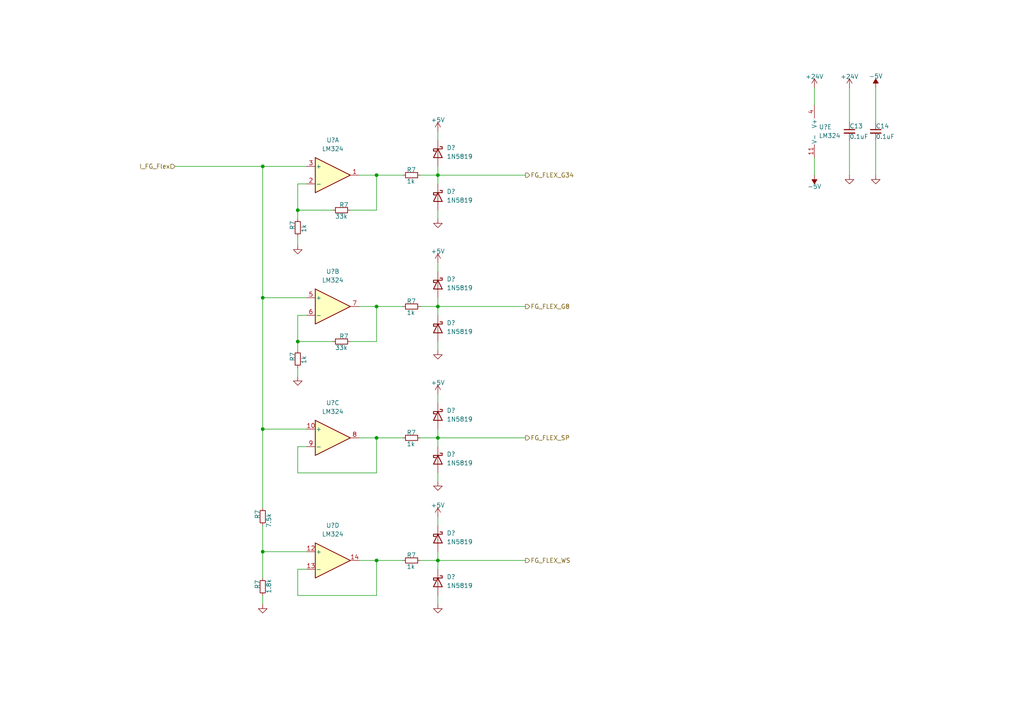
<source format=kicad_sch>
(kicad_sch (version 20230121) (generator eeschema)
  (paper "A4")
  (title_block (title "FG Flex Amplifier Circuit") (date "2023-12-09") (rev "0.5") (company "/dev/tal e.V."))
  (lib_symbols
    (symbol "Amplifier_Operational:LM324" (pin_names (offset 0.127))
      (property "Reference" "U" (at 0 5.08 0))
      (property "Value" "LM324" (at 0 -5.08 0))
      (symbol "LM324_1_1"
        (polyline (pts (xy -5.08 5.08) (xy 5.08 0) (xy -5.08 -5.08) (xy -5.08 5.08)) (stroke (width 0.254)) (fill (type background)))
        (pin output line (at 7.62 0 180) (length 2.54) (name "~") (number "1"))
        (pin input line (at -7.62 -2.54 0) (length 2.54) (name "-") (number "2"))
        (pin input line (at -7.62 2.54 0) (length 2.54) (name "+") (number "3"))
      )
      (symbol "LM324_2_1"
        (polyline (pts (xy -5.08 5.08) (xy 5.08 0) (xy -5.08 -5.08) (xy -5.08 5.08)) (stroke (width 0.254)) (fill (type background)))
        (pin input line (at -7.62 2.54 0) (length 2.54) (name "+") (number "5"))
        (pin input line (at -7.62 -2.54 0) (length 2.54) (name "-") (number "6"))
        (pin output line (at 7.62 0 180) (length 2.54) (name "~") (number "7"))
      )
      (symbol "LM324_3_1"
        (polyline (pts (xy -5.08 5.08) (xy 5.08 0) (xy -5.08 -5.08) (xy -5.08 5.08)) (stroke (width 0.254)) (fill (type background)))
        (pin input line (at -7.62 2.54 0) (length 2.54) (name "+") (number "10"))
        (pin output line (at 7.62 0 180) (length 2.54) (name "~") (number "8"))
        (pin input line (at -7.62 -2.54 0) (length 2.54) (name "-") (number "9"))
      )
      (symbol "LM324_4_1"
        (polyline (pts (xy -5.08 5.08) (xy 5.08 0) (xy -5.08 -5.08) (xy -5.08 5.08)) (stroke (width 0.254)) (fill (type background)))
        (pin input line (at -7.62 2.54 0) (length 2.54) (name "+") (number "12"))
        (pin input line (at -7.62 -2.54 0) (length 2.54) (name "-") (number "13"))
        (pin output line (at 7.62 0 180) (length 2.54) (name "~") (number "14"))
      )
      (symbol "LM324_5_1"
        (pin power_in line (at -2.54 -7.62 90) (length 3.81) (name "V-") (number "11"))
        (pin power_in line (at -2.54 7.62 270) (length 3.81) (name "V+") (number "4"))
      )
    )
    (symbol "Device:C_Small" (pin_numbers hide) (pin_names (offset 0.254) hide)
      (property "Reference" "C" (at 0.254 1.778 0))
      (property "Value" "C_Small" (at 0.254 -2.032 0))
      (symbol "C_Small_0_1"
        (polyline (pts (xy -1.524 -0.508) (xy 1.524 -0.508)) (stroke (width 0.3302)))
        (polyline (pts (xy -1.524 0.508) (xy 1.524 0.508)) (stroke (width 0.3048)))
      )
      (symbol "C_Small_1_1"
        (pin passive line (at 0 2.54 270) (length 2.032) (name "~") (number "1"))
        (pin passive line (at 0 -2.54 90) (length 2.032) (name "~") (number "2"))
      )
    )
    (symbol "Device:R_Small" (pin_numbers hide) (pin_names (offset 0.254) hide)
      (property "Reference" "R" (at 0.762 0.508 0))
      (property "Value" "R_Small" (at 0.762 -1.016 0))
      (symbol "R_Small_0_1"
        (rectangle (start -0.762 1.778) (end 0.762 -1.778) (stroke (width 0.2032)))
      )
      (symbol "R_Small_1_1"
        (pin passive line (at 0 2.54 270) (length 0.762) (name "~") (number "1"))
        (pin passive line (at 0 -2.54 90) (length 0.762) (name "~") (number "2"))
      )
    )
    (symbol "Diode:1N5819" (pin_numbers hide) (pin_names (offset 1.016) hide)
      (property "Reference" "D" (at 0 2.54 0))
      (property "Value" "1N5819" (at 0 -2.54 0))
      (symbol "1N5819_0_1"
        (polyline (pts (xy 1.27 0) (xy -1.27 0)))
        (polyline (pts (xy 1.27 1.27) (xy 1.27 -1.27) (xy -1.27 0) (xy 1.27 1.27)) (stroke (width 0.254)))
        (polyline (pts (xy -1.905 0.635) (xy -1.905 1.27) (xy -1.27 1.27) (xy -1.27 -1.27) (xy -0.635 -1.27) (xy -0.635 -0.635)) (stroke (width 0.254)))
      )
      (symbol "1N5819_1_1"
        (pin passive line (at -3.81 0 0) (length 2.54) (name "K") (number "1"))
        (pin passive line (at 3.81 0 180) (length 2.54) (name "A") (number "2"))
      )
    )
    (symbol "power:+24V" (power) (pin_names (offset 0))
      (property "Value" "+24V" (at 0 3.556 0))
      (symbol "+24V_0_1"
        (polyline (pts (xy -0.762 1.27) (xy 0 2.54)))
        (polyline (pts (xy 0 0) (xy 0 2.54)))
        (polyline (pts (xy 0 2.54) (xy 0.762 1.27)))
      )
      (symbol "+24V_1_1"
        (pin power_in line (at 0 0 90) (length 0) hide (name "+24V") (number "1"))
      )
    )
    (symbol "power:+5V" (power) (pin_names (offset 0))
      (property "Value" "+5V" (at 0 3.556 0))
      (symbol "+5V_0_1"
        (polyline (pts (xy -0.762 1.27) (xy 0 2.54)))
        (polyline (pts (xy 0 0) (xy 0 2.54)))
        (polyline (pts (xy 0 2.54) (xy 0.762 1.27)))
      )
      (symbol "+5V_1_1"
        (pin power_in line (at 0 0 90) (length 0) hide (name "+5V") (number "1"))
      )
    )
    (symbol "power:-5V" (power) (pin_names (offset 0))
      (property "Value" "-5V" (at 0 3.81 0))
      (symbol "-5V_0_0"
        (pin power_in line (at 0 0 90) (length 0) hide (name "-5V") (number "1"))
      )
      (symbol "-5V_0_1"
        (polyline (pts (xy 0 0) (xy 0 1.27) (xy 0.762 1.27) (xy 0 2.54) (xy -0.762 1.27) (xy 0 1.27)) (fill (type outline)))
      )
    )
    (symbol "power:GND" (power) (pin_names (offset 0))
      (property "Value" "GND" (at 0 -3.81 0))
      (symbol "GND_0_1"
        (polyline (pts (xy 0 0) (xy 0 -1.27) (xy 1.27 -1.27) (xy 0 -2.54) (xy -1.27 -1.27) (xy 0 -1.27)))
      )
      (symbol "GND_1_1"
        (pin power_in line (at 0 0 270) (length 0) hide (name "GND") (number "1"))
      )
    )
  )
  (junction (at 86.36 99.06))
  (junction (at 76.2 48.26))
  (junction (at 76.2 86.36))
  (junction (at 109.22 127))
  (junction (at 76.2 160.02))
  (junction (at 109.22 162.56))
  (junction (at 127 88.9))
  (junction (at 109.22 88.9))
  (junction (at 76.2 124.46))
  (junction (at 127 162.56))
  (junction (at 127 50.8))
  (junction (at 109.22 50.8))
  (junction (at 86.36 60.96))
  (junction (at 127 127))
  (wire (pts (xy 109.22 88.9) (xy 116.84 88.9)))
  (wire (pts (xy 109.22 50.8) (xy 116.84 50.8)))
  (wire (pts (xy 127 38.1) (xy 127 40.64)))
  (wire (pts (xy 76.2 86.36) (xy 76.2 48.26)))
  (wire (pts (xy 86.36 68.58) (xy 86.36 71.12)))
  (wire (pts (xy 88.9 91.44) (xy 86.36 91.44)))
  (wire (pts (xy 121.92 88.9) (xy 127 88.9)))
  (wire (pts (xy 254 40.64) (xy 254 50.8)))
  (wire (pts (xy 86.36 60.96) (xy 86.36 63.5)))
  (wire (pts (xy 88.9 53.34) (xy 86.36 53.34)))
  (wire (pts (xy 76.2 160.02) (xy 88.9 160.02)))
  (wire (pts (xy 86.36 172.72) (xy 109.22 172.72)))
  (wire (pts (xy 104.14 162.56) (xy 109.22 162.56)))
  (wire (pts (xy 127 124.46) (xy 127 127)))
  (wire (pts (xy 109.22 172.72) (xy 109.22 162.56)))
  (wire (pts (xy 88.9 165.1) (xy 86.36 165.1)))
  (wire (pts (xy 88.9 124.46) (xy 76.2 124.46)))
  (wire (pts (xy 86.36 60.96) (xy 96.52 60.96)))
  (wire (pts (xy 127 86.36) (xy 127 88.9)))
  (wire (pts (xy 86.36 137.16) (xy 109.22 137.16)))
  (wire (pts (xy 50.8 48.26) (xy 76.2 48.26)))
  (wire (pts (xy 104.14 127) (xy 109.22 127)))
  (wire (pts (xy 127 50.8) (xy 127 53.34)))
  (wire (pts (xy 236.22 45.72) (xy 236.22 50.8)))
  (wire (pts (xy 76.2 152.4) (xy 76.2 160.02)))
  (wire (pts (xy 127 162.56) (xy 127 165.1)))
  (wire (pts (xy 127 160.02) (xy 127 162.56)))
  (wire (pts (xy 109.22 137.16) (xy 109.22 127)))
  (wire (pts (xy 109.22 162.56) (xy 116.84 162.56)))
  (wire (pts (xy 246.38 25.4) (xy 246.38 35.56)))
  (wire (pts (xy 127 88.9) (xy 152.4 88.9)))
  (wire (pts (xy 76.2 172.72) (xy 76.2 175.26)))
  (wire (pts (xy 88.9 129.54) (xy 86.36 129.54)))
  (wire (pts (xy 246.38 40.64) (xy 246.38 50.8)))
  (wire (pts (xy 86.36 99.06) (xy 86.36 101.6)))
  (wire (pts (xy 127 137.16) (xy 127 139.7)))
  (wire (pts (xy 121.92 127) (xy 127 127)))
  (wire (pts (xy 86.36 99.06) (xy 96.52 99.06)))
  (wire (pts (xy 104.14 50.8) (xy 109.22 50.8)))
  (wire (pts (xy 88.9 86.36) (xy 76.2 86.36)))
  (wire (pts (xy 86.36 165.1) (xy 86.36 172.72)))
  (wire (pts (xy 104.14 88.9) (xy 109.22 88.9)))
  (wire (pts (xy 127 60.96) (xy 127 63.5)))
  (wire (pts (xy 127 48.26) (xy 127 50.8)))
  (wire (pts (xy 127 76.2) (xy 127 78.74)))
  (wire (pts (xy 127 50.8) (xy 152.4 50.8)))
  (wire (pts (xy 86.36 129.54) (xy 86.36 137.16)))
  (wire (pts (xy 109.22 127) (xy 116.84 127)))
  (wire (pts (xy 76.2 48.26) (xy 88.9 48.26)))
  (wire (pts (xy 121.92 162.56) (xy 127 162.56)))
  (wire (pts (xy 109.22 60.96) (xy 109.22 50.8)))
  (wire (pts (xy 109.22 99.06) (xy 109.22 88.9)))
  (wire (pts (xy 127 149.86) (xy 127 152.4)))
  (wire (pts (xy 236.22 25.4) (xy 236.22 30.48)))
  (wire (pts (xy 86.36 91.44) (xy 86.36 99.06)))
  (wire (pts (xy 127 127) (xy 152.4 127)))
  (wire (pts (xy 254 25.4) (xy 254 35.56)))
  (wire (pts (xy 101.6 99.06) (xy 109.22 99.06)))
  (wire (pts (xy 76.2 160.02) (xy 76.2 167.64)))
  (wire (pts (xy 86.36 106.68) (xy 86.36 109.22)))
  (wire (pts (xy 76.2 124.46) (xy 76.2 147.32)))
  (wire (pts (xy 127 99.06) (xy 127 101.6)))
  (wire (pts (xy 127 114.3) (xy 127 116.84)))
  (wire (pts (xy 127 88.9) (xy 127 91.44)))
  (wire (pts (xy 101.6 60.96) (xy 109.22 60.96)))
  (wire (pts (xy 127 172.72) (xy 127 175.26)))
  (wire (pts (xy 127 162.56) (xy 152.4 162.56)))
  (wire (pts (xy 76.2 124.46) (xy 76.2 86.36)))
  (wire (pts (xy 86.36 53.34) (xy 86.36 60.96)))
  (wire (pts (xy 127 127) (xy 127 129.54)))
  (wire (pts (xy 121.92 50.8) (xy 127 50.8)))
  (hierarchical_label "FG_FLEX_G34" (shape output) (at 152.4 50.8 0))
  (hierarchical_label "FG_FLEX_WS" (shape output) (at 152.4 162.56 0))
  (hierarchical_label "FG_FLEX_SP" (shape output) (at 152.4 127 0))
  (hierarchical_label "I_FG_Flex" (shape input) (at 50.8 48.26 180))
  (hierarchical_label "FG_FLEX_G8" (shape output) (at 152.4 88.9 0))
  (symbol (lib_id "Diode:1N5819") (at 127 120.65 270) (unit 1)
    (property "Reference" "D?" (at 129.54 119.0625 90) (effects (justify left)))
    (property "Value" "1N5819" (at 129.54 121.6025 90) (effects (justify left)))
    (property "Footprint" "Diode_THT:D_DO-41_SOD81_P10.16mm_Horizontal" (effects hide))
    (property "Datasheet" "http://www.vishay.com/docs/88525/1n5817.pdf" (effects hide))
    (instances (project "fg_lampe" (path "" (reference "D?") (unit 1)) (path "" (reference "D6") (unit 1)) (path "" (reference "D6") (unit 1))))
  )
  (symbol (lib_id "power:-5V") (at 236.22 50.8 180) (unit 1)
    (property "Reference" "#PWR036" (effects hide))
    (property "Value" "-5V" (at 236.22 54.102 0))
    (instances (project "fg_lampe" (path "" (reference "#PWR036") (unit 1)) (path "" (reference "#PWR036") (unit 1)) (path "" (reference "#PWR0146") (unit 1)) (path "" (reference "#PWR0146") (unit 1))))
  )
  (symbol (lib_id "power:+5V") (at 127 38.1 0) (unit 1)
    (property "Reference" "#PWR061" (effects hide))
    (property "Value" "+5V" (at 127 34.798 0))
    (instances (project "fg_lampe" (path "" (reference "#PWR061") (unit 1)) (path "" (reference "#PWR?") (unit 1)) (path "" (reference "#PWR0137") (unit 1)) (path "" (reference "#PWR0137") (unit 1))))
  )
  (symbol (lib_id "Diode:1N5819") (at 127 156.21 270) (unit 1)
    (property "Reference" "D?" (at 129.54 154.6225 90) (effects (justify left)))
    (property "Value" "1N5819" (at 129.54 157.1625 90) (effects (justify left)))
    (property "Footprint" "Diode_THT:D_DO-41_SOD81_P10.16mm_Horizontal" (effects hide))
    (property "Datasheet" "http://www.vishay.com/docs/88525/1n5817.pdf" (effects hide))
    (instances (project "fg_lampe" (path "" (reference "D?") (unit 1)) (path "" (reference "D8") (unit 1)) (path "" (reference "D8") (unit 1))))
  )
  (symbol (lib_id "Device:R_Small") (at 119.38 88.9 90) (unit 1)
    (property "Reference" "R7" (at 120.65 87.376 90) (effects (justify left)))
    (property "Value" "1k" (at 120.396 90.678 90) (effects (justify left)))
    (property "Footprint" "Resistor_THT:R_Axial_DIN0207_L6.3mm_D2.5mm_P10.16mm_Horizontal" (effects hide))
    (property "Datasheet" "https://www.seielect.com/catalog/sei-cf_cfm.pdf" (effects hide))
    (property "Manufacturer" "Stackpole Electronics Inc" (effects hide))
    (property "Part Nr. " "CF14JT1K00" (effects hide))
    (instances (project "fg_lampe" (path "" (reference "R7") (unit 1)) (path "" (reference "R40") (unit 1)) (path "" (reference "R?") (unit 1)) (path "" (reference "R45") (unit 1)) (path "" (reference "R45") (unit 1))))
  )
  (symbol (lib_id "power:GND") (at 254 50.8 0) (unit 1)
    (property "Reference" "#PWR039" (effects hide))
    (property "Value" "GND" (effects hide))
    (instances (project "fg_lampe" (path "" (reference "#PWR039") (unit 1)) (path "" (reference "#PWR040") (unit 1)) (path "" (reference "#PWR0150") (unit 1)) (path "" (reference "#PWR0150") (unit 1))))
  )
  (symbol (lib_id "Device:C_Small") (at 246.38 38.1 0) (unit 1)
    (property "Reference" "C13" (at 246.38 36.576 0) (effects (justify left)))
    (property "Value" "0.1uF" (at 246.38 39.624 0) (effects (justify left)))
    (property "Footprint" "Capacitor_THT:C_Disc_D5.1mm_W3.2mm_P5.00mm" (effects hide))
    (property "Datasheet" "https://datasheets.kyocera-avx.com/SR-Series.pdf" (effects hide))
    (property "Part Nr. " "SR211C104KARTR1" (effects hide))
    (property "Manufacturer" "KYOCERA AVX" (effects hide))
    (instances (project "fg_lampe" (path "" (reference "C13") (unit 1)) (path "" (reference "C13") (unit 1)) (path "" (reference "C36") (unit 1)) (path "" (reference "C36") (unit 1))))
  )
  (symbol (lib_id "power:GND") (at 127 63.5 0) (unit 1)
    (property "Reference" "#PWR062" (effects hide))
    (property "Value" "GND" (effects hide))
    (instances (project "fg_lampe" (path "" (reference "#PWR062") (unit 1)) (path "" (reference "#PWR?") (unit 1)) (path "" (reference "#PWR0138") (unit 1)) (path "" (reference "#PWR0138") (unit 1))))
  )
  (symbol (lib_id "Device:R_Small") (at 99.06 99.06 90) (unit 1)
    (property "Reference" "R7" (at 101.092 97.536 90) (effects (justify left)))
    (property "Value" "33k" (at 100.838 100.838 90) (effects (justify left)))
    (property "Footprint" "Resistor_THT:R_Axial_DIN0207_L6.3mm_D2.5mm_P10.16mm_Horizontal" (effects hide))
    (property "Datasheet" "https://www.seielect.com/catalog/sei-cf_cfm.pdf" (effects hide))
    (property "Manufacturer" "Stackpole Electronics Inc" (effects hide))
    (property "Part Nr. " "CF14JT1K00" (effects hide))
    (instances (project "fg_lampe" (path "" (reference "R7") (unit 1)) (path "" (reference "R40") (unit 1)) (path "" (reference "R?") (unit 1)) (path "" (reference "R55") (unit 1)) (path "" (reference "R44") (unit 1))))
  )
  (symbol (lib_id "power:GND") (at 246.38 50.8 0) (unit 1)
    (property "Reference" "#PWR038" (effects hide))
    (property "Value" "GND" (effects hide))
    (instances (project "fg_lampe" (path "" (reference "#PWR038") (unit 1)) (path "" (reference "#PWR038") (unit 1)) (path "" (reference "#PWR0148") (unit 1)) (path "" (reference "#PWR0148") (unit 1))))
  )
  (symbol (lib_id "Device:R_Small") (at 119.38 162.56 90) (unit 1)
    (property "Reference" "R7" (at 120.65 161.036 90) (effects (justify left)))
    (property "Value" "1k" (at 120.396 164.338 90) (effects (justify left)))
    (property "Footprint" "Resistor_THT:R_Axial_DIN0207_L6.3mm_D2.5mm_P10.16mm_Horizontal" (effects hide))
    (property "Datasheet" "https://www.seielect.com/catalog/sei-cf_cfm.pdf" (effects hide))
    (property "Manufacturer" "Stackpole Electronics Inc" (effects hide))
    (property "Part Nr. " "CF14JT1K00" (effects hide))
    (instances (project "fg_lampe" (path "" (reference "R7") (unit 1)) (path "" (reference "R40") (unit 1)) (path "" (reference "R?") (unit 1)) (path "" (reference "R47") (unit 1)) (path "" (reference "R47") (unit 1))))
  )
  (symbol (lib_id "Diode:1N5819") (at 127 57.15 270) (unit 1)
    (property "Reference" "D?" (at 129.54 55.5625 90) (effects (justify left)))
    (property "Value" "1N5819" (at 129.54 58.1025 90) (effects (justify left)))
    (property "Footprint" "Diode_THT:D_DO-41_SOD81_P10.16mm_Horizontal" (effects hide))
    (property "Datasheet" "http://www.vishay.com/docs/88525/1n5817.pdf" (effects hide))
    (instances (project "fg_lampe" (path "" (reference "D?") (unit 1)) (path "" (reference "D3") (unit 1)) (path "" (reference "D3") (unit 1))))
  )
  (symbol (lib_id "power:+5V") (at 127 114.3 0) (unit 1)
    (property "Reference" "#PWR061" (effects hide))
    (property "Value" "+5V" (at 127 110.998 0))
    (instances (project "fg_lampe" (path "" (reference "#PWR061") (unit 1)) (path "" (reference "#PWR?") (unit 1)) (path "" (reference "#PWR0141") (unit 1)) (path "" (reference "#PWR0141") (unit 1))))
  )
  (symbol (lib_id "power:+5V") (at 127 149.86 0) (unit 1)
    (property "Reference" "#PWR061" (effects hide))
    (property "Value" "+5V" (at 127 146.558 0))
    (instances (project "fg_lampe" (path "" (reference "#PWR061") (unit 1)) (path "" (reference "#PWR?") (unit 1)) (path "" (reference "#PWR0143") (unit 1)) (path "" (reference "#PWR0143") (unit 1))))
  )
  (symbol (lib_id "Device:R_Small") (at 119.38 127 90) (unit 1)
    (property "Reference" "R7" (at 120.65 125.476 90) (effects (justify left)))
    (property "Value" "1k" (at 120.396 128.778 90) (effects (justify left)))
    (property "Footprint" "Resistor_THT:R_Axial_DIN0207_L6.3mm_D2.5mm_P10.16mm_Horizontal" (effects hide))
    (property "Datasheet" "https://www.seielect.com/catalog/sei-cf_cfm.pdf" (effects hide))
    (property "Manufacturer" "Stackpole Electronics Inc" (effects hide))
    (property "Part Nr. " "CF14JT1K00" (effects hide))
    (instances (project "fg_lampe" (path "" (reference "R7") (unit 1)) (path "" (reference "R40") (unit 1)) (path "" (reference "R?") (unit 1)) (path "" (reference "R46") (unit 1)) (path "" (reference "R46") (unit 1))))
  )
  (symbol (lib_id "power:+5V") (at 127 76.2 0) (unit 1)
    (property "Reference" "#PWR061" (effects hide))
    (property "Value" "+5V" (at 127 72.898 0))
    (instances (project "fg_lampe" (path "" (reference "#PWR061") (unit 1)) (path "" (reference "#PWR?") (unit 1)) (path "" (reference "#PWR0139") (unit 1)) (path "" (reference "#PWR0139") (unit 1))))
  )
  (symbol (lib_id "Amplifier_Operational:LM324") (at 238.76 38.1 0) (unit 5)
    (property "Reference" "U?" (at 237.49 36.83 0) (effects (justify left)))
    (property "Value" "LM324" (at 237.49 39.37 0) (effects (justify left)))
    (property "Footprint" "Package_DIP:DIP-14_W7.62mm_Socket_LongPads" (effects hide))
    (property "Datasheet" "http://www.ti.com/lit/ds/symlink/lm2902-n.pdf" (effects hide))
    (instances (project "fg_lampe" (path "" (reference "U?") (unit 5)) (path "" (reference "U14") (unit 5)) (path "" (reference "U14") (unit 5))))
  )
  (symbol (lib_id "power:GND") (at 86.36 109.22 0) (unit 1)
    (property "Reference" "#PWR062" (effects hide))
    (property "Value" "GND" (effects hide))
    (instances (project "fg_lampe" (path "" (reference "#PWR062") (unit 1)) (path "" (reference "#PWR?") (unit 1)) (path "" (reference "#PWR0166") (unit 1)) (path "" (reference "#PWR0138") (unit 1))))
  )
  (symbol (lib_id "power:+24V") (at 246.38 25.4 0) (unit 1)
    (property "Reference" "#PWR046" (effects hide))
    (property "Value" "+24V" (at 246.38 22.225 0))
    (instances (project "fg_lampe" (path "" (reference "#PWR046") (unit 1)) (path "" (reference "#PWR012") (unit 1)) (path "" (reference "#PWR037") (unit 1)) (path "" (reference "#PWR0147") (unit 1)) (path "" (reference "#PWR0147") (unit 1))))
  )
  (symbol (lib_id "Device:R_Small") (at 99.06 60.96 90) (unit 1)
    (property "Reference" "R7" (at 101.092 59.436 90) (effects (justify left)))
    (property "Value" "33k" (at 100.838 62.738 90) (effects (justify left)))
    (property "Footprint" "Resistor_THT:R_Axial_DIN0207_L6.3mm_D2.5mm_P10.16mm_Horizontal" (effects hide))
    (property "Datasheet" "https://www.seielect.com/catalog/sei-cf_cfm.pdf" (effects hide))
    (property "Manufacturer" "Stackpole Electronics Inc" (effects hide))
    (property "Part Nr. " "CF14JT1K00" (effects hide))
    (instances (project "fg_lampe" (path "" (reference "R7") (unit 1)) (path "" (reference "R40") (unit 1)) (path "" (reference "R?") (unit 1)) (path "" (reference "R52") (unit 1)) (path "" (reference "R44") (unit 1))))
  )
  (symbol (lib_id "Diode:1N5819") (at 127 95.25 270) (unit 1)
    (property "Reference" "D?" (at 129.54 93.6625 90) (effects (justify left)))
    (property "Value" "1N5819" (at 129.54 96.2025 90) (effects (justify left)))
    (property "Footprint" "Diode_THT:D_DO-41_SOD81_P10.16mm_Horizontal" (effects hide))
    (property "Datasheet" "http://www.vishay.com/docs/88525/1n5817.pdf" (effects hide))
    (instances (project "fg_lampe" (path "" (reference "D?") (unit 1)) (path "" (reference "D5") (unit 1)) (path "" (reference "D5") (unit 1))))
  )
  (symbol (lib_id "Amplifier_Operational:LM324") (at 96.52 162.56 0) (unit 4)
    (property "Reference" "U?" (at 96.52 152.4 0))
    (property "Value" "LM324" (at 96.52 154.94 0))
    (property "Footprint" "Package_DIP:DIP-14_W7.62mm_Socket_LongPads" (effects hide))
    (property "Datasheet" "http://www.ti.com/lit/ds/symlink/lm2902-n.pdf" (effects hide))
    (instances (project "fg_lampe" (path "" (reference "U?") (unit 4)) (path "" (reference "U14") (unit 4)) (path "" (reference "U14") (unit 4))))
  )
  (symbol (lib_id "Device:R_Small") (at 86.36 66.04 180) (unit 1)
    (property "Reference" "R7" (at 84.836 64.008 90) (effects (justify left)))
    (property "Value" "1k" (at 88.138 65.024 90) (effects (justify left)))
    (property "Footprint" "Resistor_THT:R_Axial_DIN0207_L6.3mm_D2.5mm_P10.16mm_Horizontal" (effects hide))
    (property "Datasheet" "https://www.seielect.com/catalog/sei-cf_cfm.pdf" (effects hide))
    (property "Manufacturer" "Stackpole Electronics Inc" (effects hide))
    (property "Part Nr. " "CF14JT1K00" (effects hide))
    (instances (project "fg_lampe" (path "" (reference "R7") (unit 1)) (path "" (reference "R40") (unit 1)) (path "" (reference "R?") (unit 1)) (path "" (reference "R53") (unit 1)) (path "" (reference "R44") (unit 1))))
  )
  (symbol (lib_id "power:GND") (at 127 175.26 0) (unit 1)
    (property "Reference" "#PWR062" (effects hide))
    (property "Value" "GND" (effects hide))
    (instances (project "fg_lampe" (path "" (reference "#PWR062") (unit 1)) (path "" (reference "#PWR?") (unit 1)) (path "" (reference "#PWR0144") (unit 1)) (path "" (reference "#PWR0144") (unit 1))))
  )
  (symbol (lib_id "Device:R_Small") (at 86.36 104.14 180) (unit 1)
    (property "Reference" "R7" (at 84.836 102.108 90) (effects (justify left)))
    (property "Value" "1k" (at 88.138 103.124 90) (effects (justify left)))
    (property "Footprint" "Resistor_THT:R_Axial_DIN0207_L6.3mm_D2.5mm_P10.16mm_Horizontal" (effects hide))
    (property "Datasheet" "https://www.seielect.com/catalog/sei-cf_cfm.pdf" (effects hide))
    (property "Manufacturer" "Stackpole Electronics Inc" (effects hide))
    (property "Part Nr. " "CF14JT1K00" (effects hide))
    (instances (project "fg_lampe" (path "" (reference "R7") (unit 1)) (path "" (reference "R40") (unit 1)) (path "" (reference "R?") (unit 1)) (path "" (reference "R54") (unit 1)) (path "" (reference "R44") (unit 1))))
  )
  (symbol (lib_id "Amplifier_Operational:LM324") (at 96.52 88.9 0) (unit 2)
    (property "Reference" "U?" (at 96.52 78.74 0))
    (property "Value" "LM324" (at 96.52 81.28 0))
    (property "Footprint" "Package_DIP:DIP-14_W7.62mm_Socket_LongPads" (effects hide))
    (property "Datasheet" "http://www.ti.com/lit/ds/symlink/lm2902-n.pdf" (effects hide))
    (instances (project "fg_lampe" (path "" (reference "U?") (unit 2)) (path "" (reference "U14") (unit 2)) (path "" (reference "U14") (unit 2))))
  )
  (symbol (lib_id "Device:R_Small") (at 76.2 170.18 180) (unit 1)
    (property "Reference" "R7" (at 74.676 168.148 90) (effects (justify left)))
    (property "Value" "1.8k" (at 77.978 167.894 90) (effects (justify left)))
    (property "Footprint" "Resistor_THT:R_Axial_DIN0207_L6.3mm_D2.5mm_P10.16mm_Horizontal" (effects hide))
    (property "Datasheet" "https://www.seielect.com/catalog/sei-cf_cfm.pdf" (effects hide))
    (property "Manufacturer" "Stackpole Electronics Inc" (effects hide))
    (property "Part Nr. " "CF14JT1K00" (effects hide))
    (instances (project "fg_lampe" (path "" (reference "R7") (unit 1)) (path "" (reference "R40") (unit 1)) (path "" (reference "R?") (unit 1)) (path "" (reference "R56") (unit 1)) (path "" (reference "R44") (unit 1))))
  )
  (symbol (lib_id "Diode:1N5819") (at 127 133.35 270) (unit 1)
    (property "Reference" "D?" (at 129.54 131.7625 90) (effects (justify left)))
    (property "Value" "1N5819" (at 129.54 134.3025 90) (effects (justify left)))
    (property "Footprint" "Diode_THT:D_DO-41_SOD81_P10.16mm_Horizontal" (effects hide))
    (property "Datasheet" "http://www.vishay.com/docs/88525/1n5817.pdf" (effects hide))
    (instances (project "fg_lampe" (path "" (reference "D?") (unit 1)) (path "" (reference "D7") (unit 1)) (path "" (reference "D7") (unit 1))))
  )
  (symbol (lib_id "Device:R_Small") (at 76.2 149.86 180) (unit 1)
    (property "Reference" "R7" (at 74.676 147.828 90) (effects (justify left)))
    (property "Value" "7.5k" (at 77.978 148.844 90) (effects (justify left)))
    (property "Footprint" "Resistor_THT:R_Axial_DIN0207_L6.3mm_D2.5mm_P10.16mm_Horizontal" (effects hide))
    (property "Datasheet" "https://www.seielect.com/catalog/sei-cf_cfm.pdf" (effects hide))
    (property "Manufacturer" "Stackpole Electronics Inc" (effects hide))
    (property "Part Nr. " "CF14JT1K00" (effects hide))
    (instances (project "fg_lampe" (path "" (reference "R7") (unit 1)) (path "" (reference "R40") (unit 1)) (path "" (reference "R?") (unit 1)) (path "" (reference "R57") (unit 1)) (path "" (reference "R44") (unit 1))))
  )
  (symbol (lib_id "Amplifier_Operational:LM324") (at 96.52 127 0) (unit 3)
    (property "Reference" "U?" (at 96.52 116.84 0))
    (property "Value" "LM324" (at 96.52 119.38 0))
    (property "Footprint" "Package_DIP:DIP-14_W7.62mm_Socket_LongPads" (effects hide))
    (property "Datasheet" "http://www.ti.com/lit/ds/symlink/lm2902-n.pdf" (effects hide))
    (instances (project "fg_lampe" (path "" (reference "U?") (unit 3)) (path "" (reference "U14") (unit 3)) (path "" (reference "U14") (unit 3))))
  )
  (symbol (lib_id "power:GND") (at 76.2 175.26 0) (unit 1)
    (property "Reference" "#PWR062" (effects hide))
    (property "Value" "GND" (effects hide))
    (instances (project "fg_lampe" (path "" (reference "#PWR062") (unit 1)) (path "" (reference "#PWR?") (unit 1)) (path "" (reference "#PWR0167") (unit 1)) (path "" (reference "#PWR0144") (unit 1))))
  )
  (symbol (lib_id "Diode:1N5819") (at 127 82.55 270) (unit 1)
    (property "Reference" "D?" (at 129.54 80.9625 90) (effects (justify left)))
    (property "Value" "1N5819" (at 129.54 83.5025 90) (effects (justify left)))
    (property "Footprint" "Diode_THT:D_DO-41_SOD81_P10.16mm_Horizontal" (effects hide))
    (property "Datasheet" "http://www.vishay.com/docs/88525/1n5817.pdf" (effects hide))
    (instances (project "fg_lampe" (path "" (reference "D?") (unit 1)) (path "" (reference "D4") (unit 1)) (path "" (reference "D4") (unit 1))))
  )
  (symbol (lib_id "power:+24V") (at 236.22 25.4 0) (unit 1)
    (property "Reference" "#PWR046" (effects hide))
    (property "Value" "+24V" (at 236.22 22.225 0))
    (instances (project "fg_lampe" (path "" (reference "#PWR046") (unit 1)) (path "" (reference "#PWR012") (unit 1)) (path "" (reference "#PWR035") (unit 1)) (path "" (reference "#PWR0145") (unit 1)) (path "" (reference "#PWR0145") (unit 1))))
  )
  (symbol (lib_id "Diode:1N5819") (at 127 44.45 270) (unit 1)
    (property "Reference" "D?" (at 129.54 42.8625 90) (effects (justify left)))
    (property "Value" "1N5819" (at 129.54 45.4025 90) (effects (justify left)))
    (property "Footprint" "Diode_THT:D_DO-41_SOD81_P10.16mm_Horizontal" (effects hide))
    (property "Datasheet" "http://www.vishay.com/docs/88525/1n5817.pdf" (effects hide))
    (instances (project "fg_lampe" (path "" (reference "D?") (unit 1)) (path "" (reference "D2") (unit 1)) (path "" (reference "D2") (unit 1))))
  )
  (symbol (lib_id "power:GND") (at 127 101.6 0) (unit 1)
    (property "Reference" "#PWR062" (effects hide))
    (property "Value" "GND" (effects hide))
    (instances (project "fg_lampe" (path "" (reference "#PWR062") (unit 1)) (path "" (reference "#PWR?") (unit 1)) (path "" (reference "#PWR0140") (unit 1)) (path "" (reference "#PWR0140") (unit 1))))
  )
  (symbol (lib_id "power:-5V") (at 254 25.4 0) (unit 1)
    (property "Reference" "#PWR040" (effects hide))
    (property "Value" "-5V" (at 254 22.098 0))
    (instances (project "fg_lampe" (path "" (reference "#PWR040") (unit 1)) (path "" (reference "#PWR039") (unit 1)) (path "" (reference "#PWR0149") (unit 1)) (path "" (reference "#PWR0149") (unit 1))))
  )
  (symbol (lib_id "Amplifier_Operational:LM324") (at 96.52 50.8 0) (unit 1)
    (property "Reference" "U?" (at 96.52 40.64 0))
    (property "Value" "LM324" (at 96.52 43.18 0))
    (property "Footprint" "Package_DIP:DIP-14_W7.62mm_Socket_LongPads" (effects hide))
    (property "Datasheet" "http://www.ti.com/lit/ds/symlink/lm2902-n.pdf" (effects hide))
    (instances (project "fg_lampe" (path "" (reference "U?") (unit 1)) (path "" (reference "U14") (unit 1)) (path "" (reference "U14") (unit 1))))
  )
  (symbol (lib_id "power:GND") (at 86.36 71.12 0) (unit 1)
    (property "Reference" "#PWR062" (effects hide))
    (property "Value" "GND" (effects hide))
    (instances (project "fg_lampe" (path "" (reference "#PWR062") (unit 1)) (path "" (reference "#PWR?") (unit 1)) (path "" (reference "#PWR0165") (unit 1)) (path "" (reference "#PWR0138") (unit 1))))
  )
  (symbol (lib_id "power:GND") (at 127 139.7 0) (unit 1)
    (property "Reference" "#PWR062" (effects hide))
    (property "Value" "GND" (effects hide))
    (instances (project "fg_lampe" (path "" (reference "#PWR062") (unit 1)) (path "" (reference "#PWR?") (unit 1)) (path "" (reference "#PWR0142") (unit 1)) (path "" (reference "#PWR0142") (unit 1))))
  )
  (symbol (lib_id "Device:R_Small") (at 119.38 50.8 90) (unit 1)
    (property "Reference" "R7" (at 120.65 49.276 90) (effects (justify left)))
    (property "Value" "1k" (at 120.396 52.578 90) (effects (justify left)))
    (property "Footprint" "Resistor_THT:R_Axial_DIN0207_L6.3mm_D2.5mm_P10.16mm_Horizontal" (effects hide))
    (property "Datasheet" "https://www.seielect.com/catalog/sei-cf_cfm.pdf" (effects hide))
    (property "Manufacturer" "Stackpole Electronics Inc" (effects hide))
    (property "Part Nr. " "CF14JT1K00" (effects hide))
    (instances (project "fg_lampe" (path "" (reference "R7") (unit 1)) (path "" (reference "R40") (unit 1)) (path "" (reference "R?") (unit 1)) (path "" (reference "R44") (unit 1)) (path "" (reference "R44") (unit 1))))
  )
  (symbol (lib_id "Diode:1N5819") (at 127 168.91 270) (unit 1)
    (property "Reference" "D?" (at 129.54 167.3225 90) (effects (justify left)))
    (property "Value" "1N5819" (at 129.54 169.8625 90) (effects (justify left)))
    (property "Footprint" "Diode_THT:D_DO-41_SOD81_P10.16mm_Horizontal" (effects hide))
    (property "Datasheet" "http://www.vishay.com/docs/88525/1n5817.pdf" (effects hide))
    (instances (project "fg_lampe" (path "" (reference "D?") (unit 1)) (path "" (reference "D9") (unit 1)) (path "" (reference "D9") (unit 1))))
  )
  (symbol (lib_id "Device:C_Small") (at 254 38.1 0) (unit 1)
    (property "Reference" "C14" (at 254 36.576 0) (effects (justify left)))
    (property "Value" "0.1uF" (at 254 39.624 0) (effects (justify left)))
    (property "Footprint" "Capacitor_THT:C_Disc_D5.1mm_W3.2mm_P5.00mm" (effects hide))
    (property "Datasheet" "https://datasheets.kyocera-avx.com/SR-Series.pdf" (effects hide))
    (property "Part Nr. " "SR211C104KARTR1" (effects hide))
    (property "Manufacturer" "KYOCERA AVX" (effects hide))
    (instances (project "fg_lampe" (path "" (reference "C14") (unit 1)) (path "" (reference "C14") (unit 1)) (path "" (reference "C37") (unit 1)) (path "" (reference "C37") (unit 1))))
  )
)
</source>
